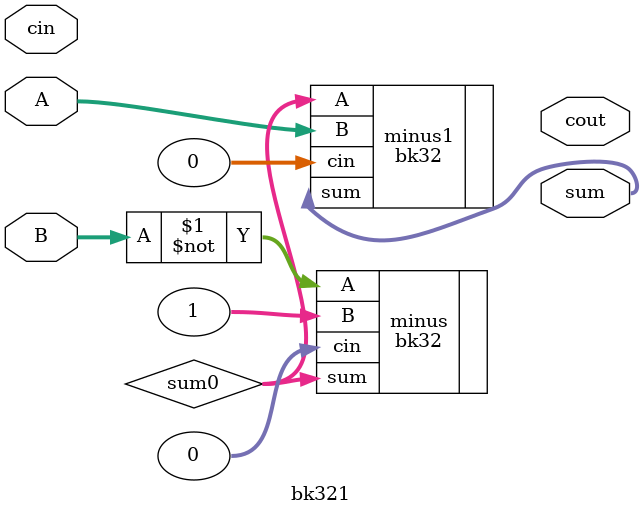
<source format=v>
`timescale 1ns / 1ps


module bk321(
 input [15:0] A,
    input [15:0] B,
    input cin,
    output [15:0] sum,
    output cout
    );
    wire [15:0]sum0;
 bk32  minus(.A(~B),.B(1),.cin(0),.sum(sum0));
 bk32  minus1(.A(sum0),.B(A),.cin(0),.sum(sum));
 
endmodule

</source>
